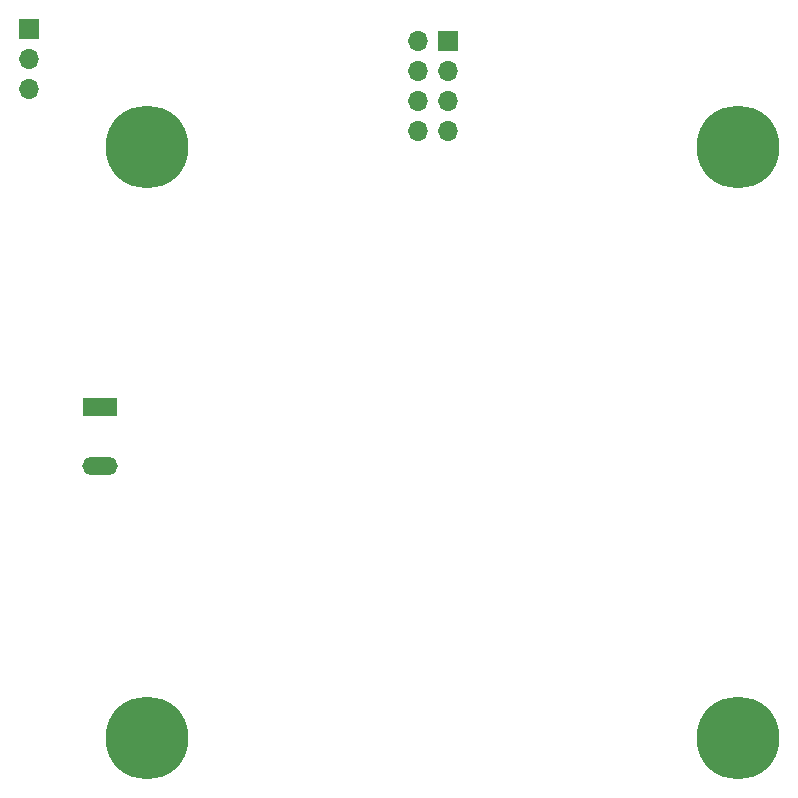
<source format=gbr>
G04 #@! TF.GenerationSoftware,KiCad,Pcbnew,5.1.9+dfsg1-1~bpo10+1*
G04 #@! TF.CreationDate,2021-09-24T09:11:00+00:00*
G04 #@! TF.ProjectId,blinkenlights,626c696e-6b65-46e6-9c69-676874732e6b,rev?*
G04 #@! TF.SameCoordinates,Original*
G04 #@! TF.FileFunction,Soldermask,Bot*
G04 #@! TF.FilePolarity,Negative*
%FSLAX46Y46*%
G04 Gerber Fmt 4.6, Leading zero omitted, Abs format (unit mm)*
G04 Created by KiCad (PCBNEW 5.1.9+dfsg1-1~bpo10+1) date 2021-09-24 09:11:00*
%MOMM*%
%LPD*%
G01*
G04 APERTURE LIST*
%ADD10R,1.700000X1.700000*%
%ADD11O,1.700000X1.700000*%
%ADD12R,3.000000X1.500000*%
%ADD13O,3.000000X1.500000*%
%ADD14C,7.000000*%
G04 APERTURE END LIST*
D10*
X140500000Y-56000000D03*
D11*
X137960000Y-56000000D03*
X140500000Y-58540000D03*
X137960000Y-58540000D03*
X140500000Y-61080000D03*
X137960000Y-61080000D03*
X140500000Y-63620000D03*
X137960000Y-63620000D03*
D10*
X105000000Y-55000000D03*
D11*
X105000000Y-57540000D03*
X105000000Y-60080000D03*
D12*
X111000000Y-87000000D03*
D13*
X111000000Y-92000000D03*
D14*
X115000000Y-65000000D03*
X165000000Y-65000000D03*
X115000000Y-115000000D03*
X165000000Y-115000000D03*
M02*

</source>
